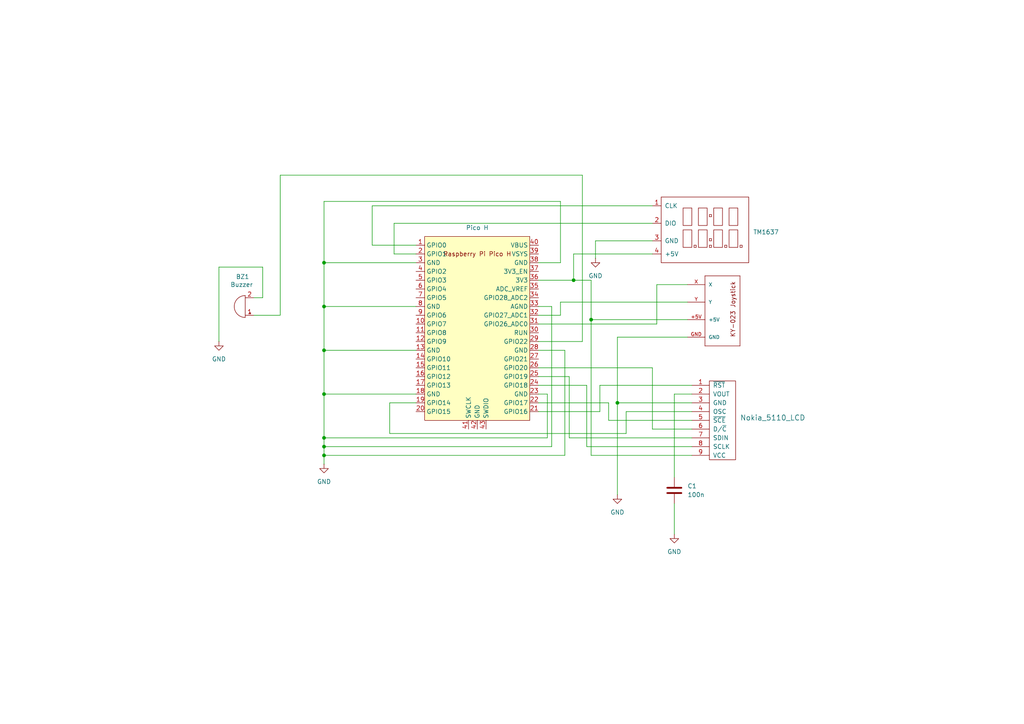
<source format=kicad_sch>
(kicad_sch (version 20231120) (generator "eeschema") (generator_version "8.0")
  (paper "A4")
  (lib_symbols
    (symbol "Device:Buzzer" (pin_names (offset 0.0254) hide)
      (property "Reference" "BZ" (at 3.81 1.27 0))
      (property "Value" "Buzzer" (at 3.81 -1.27 0))
      (symbol "Buzzer_0_1"
        (arc (start 0 -3.175) (mid 3.1612 0) (end 0 3.175))
        (polyline (pts (xy -1.651 1.905) (xy -1.143 1.905)))
        (polyline (pts (xy -1.397 2.159) (xy -1.397 1.651)))
        (polyline (pts (xy 0 3.175) (xy 0 -3.175)))
      )
      (symbol "Buzzer_1_1"
        (pin passive line (at -2.54 2.54 0) (length 2.54) (name "+") (number "1"))
        (pin passive line (at -2.54 -2.54 0) (length 2.54) (name "-") (number "2"))
      )
    )
    (symbol "Device:C" (pin_numbers hide) (pin_names (offset 0.254))
      (property "Reference" "C" (at 0.635 2.54 0))
      (property "Value" "C" (at 0.635 -2.54 0))
      (symbol "C_0_1"
        (polyline (pts (xy -2.032 -0.762) (xy 2.032 -0.762)) (stroke (width 0.508)))
        (polyline (pts (xy -2.032 0.762) (xy 2.032 0.762)) (stroke (width 0.508)))
      )
      (symbol "C_1_1"
        (pin passive line (at 0 3.81 270) (length 2.794) (name "~") (number "1"))
        (pin passive line (at 0 -3.81 90) (length 2.794) (name "~") (number "2"))
      )
    )
    (symbol "Pico_h:Pico"
      (property "Value" "Pico H" (at 0 29.21 0))
      (symbol "Pico_1_0"
        (text "Raspberry Pi Pico H\n" (at 0 21.59 0) (effects (font (size 1.27 1.27))))
      )
      (symbol "Pico_1_1"
        (rectangle (start -15.24 26.67) (end 15.24 -26.67) (fill (type background)))
        (pin bidirectional line (at -17.78 24.13 0) (length 2.54) (name "GPIO0") (number "1"))
        (pin bidirectional line (at -17.78 1.27 0) (length 2.54) (name "GPIO7") (number "10"))
        (pin bidirectional line (at -17.78 -1.27 0) (length 2.54) (name "GPIO8") (number "11"))
        (pin bidirectional line (at -17.78 -3.81 0) (length 2.54) (name "GPIO9") (number "12"))
        (pin power_in line (at -17.78 -6.35 0) (length 2.54) (name "GND") (number "13"))
        (pin bidirectional line (at -17.78 -8.89 0) (length 2.54) (name "GPIO10") (number "14"))
        (pin bidirectional line (at -17.78 -11.43 0) (length 2.54) (name "GPIO11") (number "15"))
        (pin bidirectional line (at -17.78 -13.97 0) (length 2.54) (name "GPIO12") (number "16"))
        (pin bidirectional line (at -17.78 -16.51 0) (length 2.54) (name "GPIO13") (number "17"))
        (pin power_in line (at -17.78 -19.05 0) (length 2.54) (name "GND") (number "18"))
        (pin bidirectional line (at -17.78 -21.59 0) (length 2.54) (name "GPIO14") (number "19"))
        (pin bidirectional line (at -17.78 21.59 0) (length 2.54) (name "GPIO1") (number "2"))
        (pin bidirectional line (at -17.78 -24.13 0) (length 2.54) (name "GPIO15") (number "20"))
        (pin bidirectional line (at 17.78 -24.13 180) (length 2.54) (name "GPIO16") (number "21"))
        (pin bidirectional line (at 17.78 -21.59 180) (length 2.54) (name "GPIO17") (number "22"))
        (pin power_in line (at 17.78 -19.05 180) (length 2.54) (name "GND") (number "23"))
        (pin bidirectional line (at 17.78 -16.51 180) (length 2.54) (name "GPIO18") (number "24"))
        (pin bidirectional line (at 17.78 -13.97 180) (length 2.54) (name "GPIO19") (number "25"))
        (pin bidirectional line (at 17.78 -11.43 180) (length 2.54) (name "GPIO20") (number "26"))
        (pin bidirectional line (at 17.78 -8.89 180) (length 2.54) (name "GPIO21") (number "27"))
        (pin power_in line (at 17.78 -6.35 180) (length 2.54) (name "GND") (number "28"))
        (pin bidirectional line (at 17.78 -3.81 180) (length 2.54) (name "GPIO22") (number "29"))
        (pin power_in line (at -17.78 19.05 0) (length 2.54) (name "GND") (number "3"))
        (pin input line (at 17.78 -1.27 180) (length 2.54) (name "RUN") (number "30"))
        (pin bidirectional line (at 17.78 1.27 180) (length 2.54) (name "GPIO26_ADC0") (number "31"))
        (pin bidirectional line (at 17.78 3.81 180) (length 2.54) (name "GPIO27_ADC1") (number "32"))
        (pin power_in line (at 17.78 6.35 180) (length 2.54) (name "AGND") (number "33"))
        (pin bidirectional line (at 17.78 8.89 180) (length 2.54) (name "GPIO28_ADC2") (number "34"))
        (pin power_in line (at 17.78 11.43 180) (length 2.54) (name "ADC_VREF") (number "35"))
        (pin power_in line (at 17.78 13.97 180) (length 2.54) (name "3V3") (number "36"))
        (pin input line (at 17.78 16.51 180) (length 2.54) (name "3V3_EN") (number "37"))
        (pin bidirectional line (at 17.78 19.05 180) (length 2.54) (name "GND") (number "38"))
        (pin power_in line (at 17.78 21.59 180) (length 2.54) (name "VSYS") (number "39"))
        (pin bidirectional line (at -17.78 16.51 0) (length 2.54) (name "GPIO2") (number "4"))
        (pin power_in line (at 17.78 24.13 180) (length 2.54) (name "VBUS") (number "40"))
        (pin input line (at -2.54 -29.21 90) (length 2.54) (name "SWCLK") (number "41"))
        (pin power_in line (at 0 -29.21 90) (length 2.54) (name "GND") (number "42"))
        (pin bidirectional line (at 2.54 -29.21 90) (length 2.54) (name "SWDIO") (number "43"))
        (pin bidirectional line (at -17.78 13.97 0) (length 2.54) (name "GPIO3") (number "5"))
        (pin bidirectional line (at -17.78 11.43 0) (length 2.54) (name "GPIO4") (number "6"))
        (pin bidirectional line (at -17.78 8.89 0) (length 2.54) (name "GPIO5") (number "7"))
        (pin power_in line (at -17.78 6.35 0) (length 2.54) (name "GND") (number "8"))
        (pin bidirectional line (at -17.78 3.81 0) (length 2.54) (name "GPIO6") (number "9"))
      )
    )
    (symbol "SparkFun-Electromechanical:JOYSTICK-PSP1000" (pin_names (offset 1.016))
      (symbol "JOYSTICK-PSP1000_1_0"
        (polyline (pts (xy -5.08 -7.62) (xy 5.08 -7.62)))
        (polyline (pts (xy -5.08 12.7) (xy -5.08 -7.62)))
        (polyline (pts (xy 5.08 12.7) (xy -5.08 12.7)))
        (polyline (pts (xy 5.08 12.7) (xy 5.08 -7.62)))
        (text "KY-023 Joystick\n" (at 3.048 3.048 900) (effects (font (size 1.27 1.27))))
      )
      (symbol "JOYSTICK-PSP1000_1_1"
        (pin bidirectional line (at -10.16 0 0) (length 5.08) (name "+5V") (number "+5V"))
        (pin bidirectional line (at -10.16 -5.08 0) (length 5.08) (name "GND") (number "GND"))
        (pin bidirectional line (at -10.16 10.16 0) (length 5.08) (name "X") (number "X"))
        (pin bidirectional line (at -10.16 5.08 0) (length 5.08) (name "Y") (number "Y"))
      )
    )
    (symbol "Timer LED TM1637 Arduino-cache:Timer-LED-TM1637-Arduino-rescue_TM1637module-New_Library_3" (pin_names (offset 1.016))
      (property "Reference" "U" (at -1.27 -7.62 0))
      (property "Value" "Timer-LED-TM1637-Arduino-rescue_TM1637module-New_Library_3" (at 8.89 -7.62 0))
      (symbol "Timer-LED-TM1637-Arduino-rescue_TM1637module-New_Library_3_0_1"
        (rectangle (start -8.89 10.16) (end 16.51 -8.89))
        (polyline (pts (xy -2.54 0.635) (xy -2.54 -4.445) (xy 0 -4.445) (xy 0 0.635) (xy -2.54 0.635)))
        (polyline (pts (xy -2.54 6.985) (xy -2.54 1.905) (xy 0 1.905) (xy 0 6.985) (xy -2.54 6.985)))
        (polyline (pts (xy 1.905 0.635) (xy 1.905 -4.445) (xy 4.445 -4.445) (xy 4.445 0.635) (xy 1.905 0.635)))
        (polyline (pts (xy 1.905 6.985) (xy 1.905 1.905) (xy 4.445 1.905) (xy 4.445 6.985) (xy 1.905 6.985)))
        (polyline (pts (xy 6.35 0.635) (xy 6.35 -4.445) (xy 8.89 -4.445) (xy 8.89 0.635) (xy 6.35 0.635)))
        (polyline (pts (xy 6.35 6.985) (xy 6.35 1.905) (xy 8.89 1.905) (xy 8.89 6.985) (xy 6.35 6.985)))
        (polyline (pts (xy 10.795 0.635) (xy 10.795 -4.445) (xy 13.335 -4.445) (xy 13.335 0.635) (xy 10.795 0.635)))
        (polyline (pts (xy 10.795 6.985) (xy 10.795 1.905) (xy 13.335 1.905) (xy 13.335 6.985) (xy 10.795 6.985)))
        (rectangle (start 0.635 -3.81) (end 1.27 -4.445))
        (rectangle (start 5.08 -3.81) (end 5.715 -4.445))
        (rectangle (start 9.525 -3.81) (end 10.16 -4.445))
        (rectangle (start 13.97 -3.81) (end 14.605 -4.445))
      )
      (symbol "Timer-LED-TM1637-Arduino-rescue_TM1637module-New_Library_3_1_1"
        (rectangle (start 5.08 -1.905) (end 5.715 -2.54))
        (rectangle (start 5.08 5.08) (end 5.715 4.445))
        (pin input line (at -11.43 7.62 0) (length 2.54) (name "CLK") (number "1"))
        (pin bidirectional line (at -11.43 2.54 0) (length 2.54) (name "DIO") (number "2"))
        (pin power_in line (at -11.43 -2.54 0) (length 2.54) (name "GND") (number "3"))
        (pin power_in line (at -11.43 -6.35 0) (length 2.54) (name "+5V") (number "4"))
      )
    )
    (symbol "nokia_5110-3310_lcd:Nokia_5110_LCD" (pin_names (offset 1.016))
      (property "Reference" "U" (at 0 -13.97 0))
      (property "Value" "Nokia_5110_LCD" (at 6.35 0 90))
      (symbol "Nokia_5110_LCD_0_1"
        (rectangle (start -3.81 11.43) (end 3.81 -11.43))
      )
      (symbol "Nokia_5110_LCD_1_1"
        (pin passive line (at -8.89 10.16 0) (length 5.08) (name "~{RST}") (number "1"))
        (pin passive line (at -8.89 7.62 0) (length 5.08) (name "VOUT") (number "2"))
        (pin power_in line (at -8.89 5.08 0) (length 5.08) (name "GND") (number "3"))
        (pin passive line (at -8.89 2.54 0) (length 5.08) (name "OSC") (number "4"))
        (pin passive line (at -8.89 0 0) (length 5.08) (name "~{SCE}") (number "5"))
        (pin passive line (at -8.89 -2.54 0) (length 5.08) (name "D/~{C}") (number "6"))
        (pin passive line (at -8.89 -5.08 0) (length 5.08) (name "SDIN") (number "7"))
        (pin passive line (at -8.89 -7.62 0) (length 5.08) (name "SCLK") (number "8"))
        (pin power_in line (at -8.89 -10.16 0) (length 5.08) (name "VCC") (number "9"))
      )
    )
    (symbol "power:GND" (power) (pin_numbers hide) (pin_names (offset 0) hide)
      (property "Value" "GND" (at 0 -3.81 0))
      (symbol "GND_0_1"
        (polyline (pts (xy 0 0) (xy 0 -1.27) (xy 1.27 -1.27) (xy 0 -2.54) (xy -1.27 -1.27) (xy 0 -1.27)))
      )
      (symbol "GND_1_1"
        (pin power_in line (at 0 0 270) (length 0) (name "~") (number "1"))
      )
    )
  )
  (junction (at 166.37 81.28))
  (junction (at 93.98 101.6))
  (junction (at 93.98 127))
  (junction (at 93.98 132.08))
  (junction (at 93.98 88.9))
  (junction (at 93.98 76.2))
  (junction (at 93.98 129.54))
  (junction (at 171.45 92.71))
  (junction (at 179.07 116.84))
  (junction (at 93.98 114.3))
  (wire (pts (xy 195.58 146.05) (xy 195.58 154.94)))
  (wire (pts (xy 156.21 93.98) (xy 190.5 93.98)))
  (wire (pts (xy 195.58 138.43) (xy 195.58 114.3)))
  (wire (pts (xy 173.99 111.76) (xy 200.66 111.76)))
  (wire (pts (xy 190.5 82.55) (xy 199.39 82.55)))
  (wire (pts (xy 93.98 101.6) (xy 93.98 114.3)))
  (wire (pts (xy 171.45 132.08) (xy 200.66 132.08)))
  (wire (pts (xy 166.37 81.28) (xy 171.45 81.28)))
  (wire (pts (xy 200.66 116.84) (xy 179.07 116.84)))
  (wire (pts (xy 63.5 77.47) (xy 76.2 77.47)))
  (wire (pts (xy 73.66 91.44) (xy 81.28 91.44)))
  (wire (pts (xy 189.23 124.46) (xy 200.66 124.46)))
  (wire (pts (xy 76.2 86.36) (xy 73.66 86.36)))
  (wire (pts (xy 93.98 76.2) (xy 120.65 76.2)))
  (wire (pts (xy 76.2 77.47) (xy 76.2 86.36)))
  (wire (pts (xy 156.21 109.22) (xy 165.1 109.22)))
  (wire (pts (xy 166.37 73.66) (xy 166.37 81.28)))
  (wire (pts (xy 93.98 114.3) (xy 93.98 127)))
  (wire (pts (xy 156.21 114.3) (xy 158.75 114.3)))
  (wire (pts (xy 189.23 64.77) (xy 114.3 64.77)))
  (wire (pts (xy 107.95 71.12) (xy 120.65 71.12)))
  (wire (pts (xy 168.91 99.06) (xy 156.21 99.06)))
  (wire (pts (xy 176.53 116.84) (xy 176.53 121.92)))
  (wire (pts (xy 158.75 127) (xy 93.98 127)))
  (wire (pts (xy 189.23 106.68) (xy 189.23 124.46)))
  (wire (pts (xy 93.98 129.54) (xy 93.98 132.08)))
  (wire (pts (xy 170.18 129.54) (xy 200.66 129.54)))
  (wire (pts (xy 93.98 76.2) (xy 93.98 88.9)))
  (wire (pts (xy 113.03 116.84) (xy 113.03 125.73)))
  (wire (pts (xy 171.45 81.28) (xy 171.45 92.71)))
  (wire (pts (xy 107.95 59.69) (xy 107.95 71.12)))
  (wire (pts (xy 162.56 58.42) (xy 93.98 58.42)))
  (wire (pts (xy 163.83 101.6) (xy 163.83 132.08)))
  (wire (pts (xy 189.23 73.66) (xy 166.37 73.66)))
  (wire (pts (xy 199.39 87.63) (xy 162.56 87.63)))
  (wire (pts (xy 165.1 127) (xy 200.66 127)))
  (wire (pts (xy 179.07 97.79) (xy 179.07 116.84)))
  (wire (pts (xy 199.39 97.79) (xy 179.07 97.79)))
  (wire (pts (xy 200.66 119.38) (xy 181.61 119.38)))
  (wire (pts (xy 114.3 73.66) (xy 120.65 73.66)))
  (wire (pts (xy 163.83 132.08) (xy 93.98 132.08)))
  (wire (pts (xy 156.21 81.28) (xy 166.37 81.28)))
  (wire (pts (xy 170.18 111.76) (xy 170.18 129.54)))
  (wire (pts (xy 120.65 101.6) (xy 93.98 101.6)))
  (wire (pts (xy 93.98 127) (xy 93.98 129.54)))
  (wire (pts (xy 195.58 114.3) (xy 200.66 114.3)))
  (wire (pts (xy 181.61 125.73) (xy 113.03 125.73)))
  (wire (pts (xy 165.1 109.22) (xy 165.1 127)))
  (wire (pts (xy 93.98 88.9) (xy 120.65 88.9)))
  (wire (pts (xy 189.23 69.85) (xy 172.72 69.85)))
  (wire (pts (xy 93.98 58.42) (xy 93.98 76.2)))
  (wire (pts (xy 156.21 88.9) (xy 160.02 88.9)))
  (wire (pts (xy 156.21 116.84) (xy 176.53 116.84)))
  (wire (pts (xy 179.07 116.84) (xy 179.07 143.51)))
  (wire (pts (xy 63.5 77.47) (xy 63.5 99.06)))
  (wire (pts (xy 113.03 116.84) (xy 120.65 116.84)))
  (wire (pts (xy 181.61 119.38) (xy 181.61 125.73)))
  (wire (pts (xy 189.23 59.69) (xy 107.95 59.69)))
  (wire (pts (xy 156.21 106.68) (xy 189.23 106.68)))
  (wire (pts (xy 168.91 50.8) (xy 168.91 99.06)))
  (wire (pts (xy 162.56 76.2) (xy 162.56 58.42)))
  (wire (pts (xy 156.21 111.76) (xy 170.18 111.76)))
  (wire (pts (xy 173.99 119.38) (xy 173.99 111.76)))
  (wire (pts (xy 93.98 132.08) (xy 93.98 134.62)))
  (wire (pts (xy 190.5 93.98) (xy 190.5 82.55)))
  (wire (pts (xy 176.53 121.92) (xy 200.66 121.92)))
  (wire (pts (xy 171.45 92.71) (xy 199.39 92.71)))
  (wire (pts (xy 156.21 101.6) (xy 163.83 101.6)))
  (wire (pts (xy 93.98 114.3) (xy 120.65 114.3)))
  (wire (pts (xy 160.02 88.9) (xy 160.02 129.54)))
  (wire (pts (xy 93.98 88.9) (xy 93.98 101.6)))
  (wire (pts (xy 172.72 69.85) (xy 172.72 74.93)))
  (wire (pts (xy 156.21 76.2) (xy 162.56 76.2)))
  (wire (pts (xy 162.56 87.63) (xy 162.56 91.44)))
  (wire (pts (xy 156.21 119.38) (xy 173.99 119.38)))
  (wire (pts (xy 160.02 129.54) (xy 93.98 129.54)))
  (wire (pts (xy 171.45 92.71) (xy 171.45 132.08)))
  (wire (pts (xy 81.28 50.8) (xy 81.28 91.44)))
  (wire (pts (xy 158.75 114.3) (xy 158.75 127)))
  (wire (pts (xy 156.21 91.44) (xy 162.56 91.44)))
  (wire (pts (xy 114.3 64.77) (xy 114.3 73.66)))
  (wire (pts (xy 81.28 50.8) (xy 168.91 50.8)))
  (symbol (lib_id "Device:C") (at 195.58 142.24 0) (unit 1)
    (property "Reference" "C1" (at 199.39 140.9699 0) (effects (justify left)))
    (property "Value" "100n" (at 199.39 143.5099 0) (effects (justify left)))
    (property "Description" "Unpolarized capacitor" (effects (hide yes)))
  )
  (symbol (lib_id "Device:Buzzer") (at 71.12 88.9 180) (unit 1)
    (property "Reference" "BZ1" (at 70.358 80.264 0))
    (property "Value" "Buzzer" (at 70.104 82.55 0))
    (property "Description" "Buzzer, polarized" (effects (hide yes)))
  )
  (symbol (lib_id "Pico_h:Pico") (at 138.43 95.25 0) (unit 1)
    (property "Reference" "U1" (effects (hide yes)))
    (property "Value" "Pico H" (at 138.43 66.04 0))
    (property "Footprint" "RPi_Pico:RPi_Pico_SMD_TH" (effects (hide yes)))
  )
  (symbol (lib_id "power:GND") (at 172.72 74.93 0) (unit 1)
    (property "Reference" "#PWR05" (effects (hide yes)))
    (property "Value" "GND" (at 172.72 80.01 0))
    (property "Description" "Power symbol creates a global label with name \"GND\" , ground" (effects (hide yes)))
  )
  (symbol (lib_id "power:GND") (at 63.5 99.06 0) (unit 1)
    (property "Reference" "#PWR02" (effects (hide yes)))
    (property "Value" "GND" (at 63.5 104.14 0))
    (property "Description" "Power symbol creates a global label with name \"GND\" , ground" (effects (hide yes)))
  )
  (symbol (lib_id "Timer LED TM1637 Arduino-cache:Timer-LED-TM1637-Arduino-rescue_TM1637module-New_Library_3") (at 200.66 67.31 0) (unit 1)
    (property "Reference" "U3" (effects (hide yes)))
    (property "Value" "TM1637" (at 218.44 67.31 0) (effects (justify left)))
  )
  (symbol (lib_id "power:GND") (at 195.58 154.94 0) (unit 1)
    (property "Reference" "#PWR04" (effects (hide yes)))
    (property "Value" "GND" (at 195.58 160.02 0))
    (property "Description" "Power symbol creates a global label with name \"GND\" , ground" (effects (hide yes)))
  )
  (symbol (lib_id "nokia_5110-3310_lcd:Nokia_5110_LCD") (at 209.55 121.92 0) (unit 1)
    (property "Reference" "U2" (effects (hide yes)))
    (property "Value" "Nokia_5110_LCD" (at 214.63 121.158 0) (effects (font (size 1.524 1.524)) (justify left)))
  )
  (symbol (lib_id "SparkFun-Electromechanical:JOYSTICK-PSP1000") (at 209.55 92.71 0) (unit 1)
    (property "Reference" "M1" (effects (hide yes)))
    (property "Value" "JOYSTICK-PSP1000" (effects (hide yes)))
    (property "Footprint" "JOYSTICK-PSP1000" (effects (hide yes)))
  )
  (symbol (lib_id "power:GND") (at 179.07 143.51 0) (unit 1)
    (property "Reference" "#PWR03" (effects (hide yes)))
    (property "Value" "GND" (at 179.07 148.59 0))
    (property "Description" "Power symbol creates a global label with name \"GND\" , ground" (effects (hide yes)))
  )
  (symbol (lib_id "power:GND") (at 93.98 134.62 0) (unit 1)
    (property "Reference" "#PWR01" (effects (hide yes)))
    (property "Value" "GND" (at 93.98 139.7 0))
    (property "Description" "Power symbol creates a global label with name \"GND\" , ground" (effects (hide yes)))
  )
)
</source>
